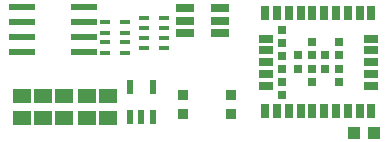
<source format=gbr>
G04 EAGLE Gerber RS-274X export*
G75*
%MOMM*%
%FSLAX34Y34*%
%LPD*%
%INSolderpaste Top*%
%IPPOS*%
%AMOC8*
5,1,8,0,0,1.08239X$1,22.5*%
G01*
%ADD10R,0.700000X1.150000*%
%ADD11R,1.150000X0.700000*%
%ADD12R,0.700000X0.700000*%
%ADD13R,0.900000X0.900000*%
%ADD14R,1.500000X1.240000*%
%ADD15R,0.550000X1.200000*%
%ADD16R,1.075000X1.000000*%
%ADD17R,1.600000X0.700000*%
%ADD18R,2.200000X0.600000*%
%ADD19R,0.900000X0.450000*%


D10*
X223550Y47650D03*
X233550Y47650D03*
X243550Y47650D03*
X253550Y47650D03*
X263550Y47650D03*
X273550Y47650D03*
X283550Y47650D03*
X293550Y47650D03*
X303550Y47650D03*
X313550Y47650D03*
D11*
X312800Y68900D03*
X312800Y78900D03*
X312800Y88900D03*
X312800Y98900D03*
X312800Y108900D03*
D10*
X313550Y130150D03*
X303550Y130150D03*
X293550Y130150D03*
X283550Y130150D03*
X273550Y130150D03*
X263550Y130150D03*
X253550Y130150D03*
X243550Y130150D03*
X233550Y130150D03*
X223550Y130150D03*
D11*
X224300Y108900D03*
X224300Y98900D03*
X224300Y88900D03*
X224300Y78900D03*
X224300Y68900D03*
D12*
X238050Y61400D03*
X238050Y72400D03*
X238050Y83400D03*
X238050Y94400D03*
X238050Y105400D03*
X238050Y116400D03*
X285850Y71900D03*
X285850Y83400D03*
X285850Y94900D03*
X285850Y106400D03*
X274350Y83400D03*
X274350Y94900D03*
X262850Y71900D03*
X262850Y83400D03*
X262850Y94900D03*
X262850Y106400D03*
X251350Y83400D03*
X251350Y94900D03*
D13*
X194744Y61340D03*
X194744Y45340D03*
X153744Y45340D03*
X153744Y61340D03*
D14*
X53594Y41427D03*
X53594Y60427D03*
X72390Y41554D03*
X72390Y60554D03*
X90678Y41554D03*
X90678Y60554D03*
D15*
X109372Y42118D03*
X118872Y42118D03*
X128372Y42118D03*
X128372Y68118D03*
X109372Y68118D03*
D16*
X299094Y29210D03*
X316094Y29210D03*
D17*
X185514Y135206D03*
X185514Y124206D03*
X185514Y113206D03*
X155854Y135206D03*
X155854Y124206D03*
X155854Y113206D03*
D18*
X17942Y122682D03*
X69942Y122682D03*
X17942Y135382D03*
X17942Y109982D03*
X17942Y97282D03*
X69942Y135382D03*
X69942Y109982D03*
X69942Y97282D03*
D14*
X17780Y41300D03*
X17780Y60300D03*
X35560Y41300D03*
X35560Y60300D03*
D19*
X121294Y100538D03*
X138294Y100538D03*
X121294Y109538D03*
X121294Y117538D03*
X121294Y126538D03*
X138294Y126538D03*
X138294Y109538D03*
X138294Y117538D03*
X105020Y122728D03*
X88020Y122728D03*
X105020Y113728D03*
X105020Y105728D03*
X105020Y96728D03*
X88020Y96728D03*
X88020Y113728D03*
X88020Y105728D03*
M02*

</source>
